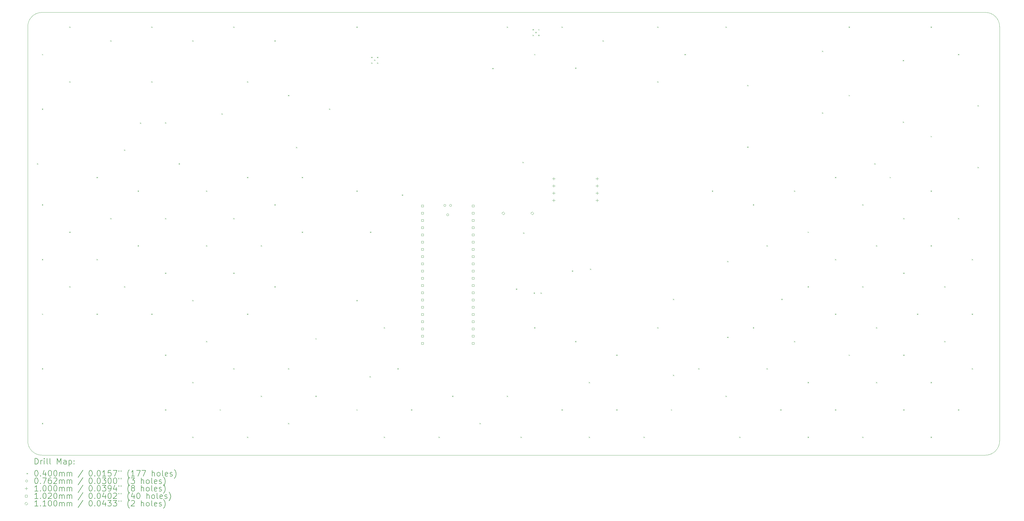
<source format=gbr>
%FSLAX45Y45*%
G04 Gerber Fmt 4.5, Leading zero omitted, Abs format (unit mm)*
G04 Created by KiCad (PCBNEW (6.0.4)) date 2022-05-10 23:14:34*
%MOMM*%
%LPD*%
G01*
G04 APERTURE LIST*
%TA.AperFunction,Profile*%
%ADD10C,0.050000*%
%TD*%
%ADD11C,0.200000*%
%ADD12C,0.040000*%
%ADD13C,0.076200*%
%ADD14C,0.100000*%
%ADD15C,0.102000*%
%ADD16C,0.110000*%
G04 APERTURE END LIST*
D10*
X39420000Y-23170000D02*
G75*
G03*
X39920000Y-22670000I0J500000D01*
G01*
X39920000Y-8120000D02*
G75*
G03*
X39420000Y-7620000I-500000J0D01*
G01*
X39420000Y-23170000D02*
X6300000Y-23170000D01*
X39420000Y-7620000D02*
X6300000Y-7620000D01*
X5800000Y-22670000D02*
G75*
G03*
X6300000Y-23170000I500000J0D01*
G01*
X6300000Y-7620000D02*
G75*
G03*
X5800000Y-8120000I0J-500000D01*
G01*
X39920000Y-8120000D02*
X39920000Y-22670000D01*
X5800000Y-8120000D02*
X5800000Y-22670000D01*
D11*
D12*
X6120000Y-12920000D02*
X6160000Y-12960000D01*
X6160000Y-12920000D02*
X6120000Y-12960000D01*
X6296786Y-9076786D02*
X6336786Y-9116786D01*
X6336786Y-9076786D02*
X6296786Y-9116786D01*
X6296786Y-10996786D02*
X6336786Y-11036786D01*
X6336786Y-10996786D02*
X6296786Y-11036786D01*
X6296786Y-14356786D02*
X6336786Y-14396786D01*
X6336786Y-14356786D02*
X6296786Y-14396786D01*
X6296786Y-16276786D02*
X6336786Y-16316786D01*
X6336786Y-16276786D02*
X6296786Y-16316786D01*
X6296786Y-18196786D02*
X6336786Y-18236786D01*
X6336786Y-18196786D02*
X6296786Y-18236786D01*
X6296786Y-20116786D02*
X6336786Y-20156786D01*
X6336786Y-20116786D02*
X6296786Y-20156786D01*
X6296786Y-22036786D02*
X6336786Y-22076786D01*
X6336786Y-22036786D02*
X6296786Y-22076786D01*
X7256786Y-8116786D02*
X7296786Y-8156786D01*
X7296786Y-8116786D02*
X7256786Y-8156786D01*
X7256786Y-10036786D02*
X7296786Y-10076786D01*
X7296786Y-10036786D02*
X7256786Y-10076786D01*
X7256786Y-15316786D02*
X7296786Y-15356786D01*
X7296786Y-15316786D02*
X7256786Y-15356786D01*
X7256786Y-17236786D02*
X7296786Y-17276786D01*
X7296786Y-17236786D02*
X7256786Y-17276786D01*
X8216786Y-13396786D02*
X8256786Y-13436786D01*
X8256786Y-13396786D02*
X8216786Y-13436786D01*
X8216786Y-16276786D02*
X8256786Y-16316786D01*
X8256786Y-16276786D02*
X8216786Y-16316786D01*
X8216786Y-18196786D02*
X8256786Y-18236786D01*
X8256786Y-18196786D02*
X8216786Y-18236786D01*
X8696786Y-8596786D02*
X8736786Y-8636786D01*
X8736786Y-8596786D02*
X8696786Y-8636786D01*
X8696786Y-14836786D02*
X8736786Y-14876786D01*
X8736786Y-14836786D02*
X8696786Y-14876786D01*
X9176786Y-12436786D02*
X9216786Y-12476786D01*
X9216786Y-12436786D02*
X9176786Y-12476786D01*
X9176786Y-17236786D02*
X9216786Y-17276786D01*
X9216786Y-17236786D02*
X9176786Y-17276786D01*
X9656786Y-13876786D02*
X9696786Y-13916786D01*
X9696786Y-13876786D02*
X9656786Y-13916786D01*
X9656786Y-15796786D02*
X9696786Y-15836786D01*
X9696786Y-15796786D02*
X9656786Y-15836786D01*
X9736995Y-11486387D02*
X9776995Y-11526387D01*
X9776995Y-11486387D02*
X9736995Y-11526387D01*
X10136786Y-8116786D02*
X10176786Y-8156786D01*
X10176786Y-8116786D02*
X10136786Y-8156786D01*
X10136786Y-10036786D02*
X10176786Y-10076786D01*
X10176786Y-10036786D02*
X10136786Y-10076786D01*
X10136786Y-18196786D02*
X10176786Y-18236786D01*
X10176786Y-18196786D02*
X10136786Y-18236786D01*
X10616786Y-11476786D02*
X10656786Y-11516786D01*
X10656786Y-11476786D02*
X10616786Y-11516786D01*
X10616786Y-14836786D02*
X10656786Y-14876786D01*
X10656786Y-14836786D02*
X10616786Y-14876786D01*
X10616786Y-16756786D02*
X10656786Y-16796786D01*
X10656786Y-16756786D02*
X10616786Y-16796786D01*
X10616786Y-19636786D02*
X10656786Y-19676786D01*
X10656786Y-19636786D02*
X10616786Y-19676786D01*
X10616786Y-21556786D02*
X10656786Y-21596786D01*
X10656786Y-21556786D02*
X10616786Y-21596786D01*
X11096786Y-12916786D02*
X11136786Y-12956786D01*
X11136786Y-12916786D02*
X11096786Y-12956786D01*
X11576786Y-8596786D02*
X11616786Y-8636786D01*
X11616786Y-8596786D02*
X11576786Y-8636786D01*
X11576786Y-17716786D02*
X11616786Y-17756786D01*
X11616786Y-17716786D02*
X11576786Y-17756786D01*
X11576786Y-20596786D02*
X11616786Y-20636786D01*
X11616786Y-20596786D02*
X11576786Y-20636786D01*
X11576786Y-22516786D02*
X11616786Y-22556786D01*
X11616786Y-22516786D02*
X11576786Y-22556786D01*
X12056786Y-13876786D02*
X12096786Y-13916786D01*
X12096786Y-13876786D02*
X12056786Y-13916786D01*
X12056786Y-15796786D02*
X12096786Y-15836786D01*
X12096786Y-15796786D02*
X12056786Y-15836786D01*
X12056786Y-19156786D02*
X12096786Y-19196786D01*
X12096786Y-19156786D02*
X12056786Y-19196786D01*
X12536786Y-21556786D02*
X12576786Y-21596786D01*
X12576786Y-21556786D02*
X12536786Y-21596786D01*
X12599321Y-11167303D02*
X12639321Y-11207303D01*
X12639321Y-11167303D02*
X12599321Y-11207303D01*
X13016786Y-8116786D02*
X13056786Y-8156786D01*
X13056786Y-8116786D02*
X13016786Y-8156786D01*
X13016786Y-14836786D02*
X13056786Y-14876786D01*
X13056786Y-14836786D02*
X13016786Y-14876786D01*
X13016786Y-16756786D02*
X13056786Y-16796786D01*
X13056786Y-16756786D02*
X13016786Y-16796786D01*
X13016786Y-20116786D02*
X13056786Y-20156786D01*
X13056786Y-20116786D02*
X13016786Y-20156786D01*
X13496786Y-10036786D02*
X13536786Y-10076786D01*
X13536786Y-10036786D02*
X13496786Y-10076786D01*
X13496786Y-13396786D02*
X13536786Y-13436786D01*
X13536786Y-13396786D02*
X13496786Y-13436786D01*
X13496786Y-18196786D02*
X13536786Y-18236786D01*
X13536786Y-18196786D02*
X13496786Y-18236786D01*
X13496786Y-22516786D02*
X13536786Y-22556786D01*
X13536786Y-22516786D02*
X13496786Y-22556786D01*
X13976786Y-15796786D02*
X14016786Y-15836786D01*
X14016786Y-15796786D02*
X13976786Y-15836786D01*
X13976786Y-21076786D02*
X14016786Y-21116786D01*
X14016786Y-21076786D02*
X13976786Y-21116786D01*
X14456786Y-8596786D02*
X14496786Y-8636786D01*
X14496786Y-8596786D02*
X14456786Y-8636786D01*
X14456786Y-14356786D02*
X14496786Y-14396786D01*
X14496786Y-14356786D02*
X14456786Y-14396786D01*
X14456786Y-17236786D02*
X14496786Y-17276786D01*
X14496786Y-17236786D02*
X14456786Y-17276786D01*
X14936786Y-10516786D02*
X14976786Y-10556786D01*
X14976786Y-10516786D02*
X14936786Y-10556786D01*
X14936786Y-20116786D02*
X14976786Y-20156786D01*
X14976786Y-20116786D02*
X14936786Y-20156786D01*
X14936786Y-22036786D02*
X14976786Y-22076786D01*
X14976786Y-22036786D02*
X14936786Y-22076786D01*
X15217500Y-12344250D02*
X15257500Y-12384250D01*
X15257500Y-12344250D02*
X15217500Y-12384250D01*
X15416786Y-13396786D02*
X15456786Y-13436786D01*
X15456786Y-13396786D02*
X15416786Y-13436786D01*
X15416786Y-15316786D02*
X15456786Y-15356786D01*
X15456786Y-15316786D02*
X15416786Y-15356786D01*
X15896786Y-21076786D02*
X15936786Y-21116786D01*
X15936786Y-21076786D02*
X15896786Y-21116786D01*
X15896960Y-19059626D02*
X15936960Y-19099626D01*
X15936960Y-19059626D02*
X15896960Y-19099626D01*
X16376786Y-10996786D02*
X16416786Y-11036786D01*
X16416786Y-10996786D02*
X16376786Y-11036786D01*
X17336786Y-8116786D02*
X17376786Y-8156786D01*
X17376786Y-8116786D02*
X17336786Y-8156786D01*
X17336786Y-13876786D02*
X17376786Y-13916786D01*
X17376786Y-13876786D02*
X17336786Y-13916786D01*
X17336786Y-17716786D02*
X17376786Y-17756786D01*
X17376786Y-17716786D02*
X17336786Y-17756786D01*
X17336786Y-21556786D02*
X17376786Y-21596786D01*
X17376786Y-21556786D02*
X17336786Y-21596786D01*
X17799460Y-20391726D02*
X17839460Y-20431726D01*
X17839460Y-20391726D02*
X17799460Y-20431726D01*
X17816786Y-15316786D02*
X17856786Y-15356786D01*
X17856786Y-15316786D02*
X17816786Y-15356786D01*
X17857475Y-9179250D02*
X17897475Y-9219250D01*
X17897475Y-9179250D02*
X17857475Y-9219250D01*
X17857475Y-9379250D02*
X17897475Y-9419250D01*
X17897475Y-9379250D02*
X17857475Y-9419250D01*
X17957475Y-9279250D02*
X17997475Y-9319250D01*
X17997475Y-9279250D02*
X17957475Y-9319250D01*
X18057475Y-9179250D02*
X18097475Y-9219250D01*
X18097475Y-9179250D02*
X18057475Y-9219250D01*
X18057475Y-9379250D02*
X18097475Y-9419250D01*
X18097475Y-9379250D02*
X18057475Y-9419250D01*
X18296786Y-18676786D02*
X18336786Y-18716786D01*
X18336786Y-18676786D02*
X18296786Y-18716786D01*
X18296786Y-22516786D02*
X18336786Y-22556786D01*
X18336786Y-22516786D02*
X18296786Y-22556786D01*
X18776786Y-20116786D02*
X18816786Y-20156786D01*
X18816786Y-20116786D02*
X18776786Y-20156786D01*
X18934495Y-14012887D02*
X18974495Y-14052887D01*
X18974495Y-14012887D02*
X18934495Y-14052887D01*
X19256786Y-21556786D02*
X19296786Y-21596786D01*
X19296786Y-21556786D02*
X19256786Y-21596786D01*
X20216786Y-22516786D02*
X20256786Y-22556786D01*
X20256786Y-22516786D02*
X20216786Y-22556786D01*
X20696786Y-21076786D02*
X20736786Y-21116786D01*
X20736786Y-21076786D02*
X20696786Y-21116786D01*
X21656786Y-22036786D02*
X21696786Y-22076786D01*
X21696786Y-22036786D02*
X21656786Y-22076786D01*
X22109495Y-9567887D02*
X22149495Y-9607887D01*
X22149495Y-9567887D02*
X22109495Y-9607887D01*
X22616786Y-8116786D02*
X22656786Y-8156786D01*
X22656786Y-8116786D02*
X22616786Y-8156786D01*
X22616786Y-21076786D02*
X22656786Y-21116786D01*
X22656786Y-21076786D02*
X22616786Y-21116786D01*
X22934994Y-17314887D02*
X22974994Y-17354887D01*
X22974994Y-17314887D02*
X22934994Y-17354887D01*
X23096786Y-22516786D02*
X23136786Y-22556786D01*
X23136786Y-22516786D02*
X23096786Y-22556786D01*
X23167500Y-12868125D02*
X23207500Y-12908125D01*
X23207500Y-12868125D02*
X23167500Y-12908125D01*
X23188994Y-15346387D02*
X23228994Y-15386387D01*
X23228994Y-15346387D02*
X23188994Y-15386387D01*
X23519375Y-8206250D02*
X23559375Y-8246250D01*
X23559375Y-8206250D02*
X23519375Y-8246250D01*
X23519375Y-8406250D02*
X23559375Y-8446250D01*
X23559375Y-8406250D02*
X23519375Y-8446250D01*
X23560494Y-17452887D02*
X23600494Y-17492887D01*
X23600494Y-17452887D02*
X23560494Y-17492887D01*
X23576786Y-9076786D02*
X23616786Y-9116786D01*
X23616786Y-9076786D02*
X23576786Y-9116786D01*
X23576786Y-18676786D02*
X23616786Y-18716786D01*
X23616786Y-18676786D02*
X23576786Y-18716786D01*
X23619375Y-8306250D02*
X23659375Y-8346250D01*
X23659375Y-8306250D02*
X23619375Y-8346250D01*
X23719375Y-8206250D02*
X23759375Y-8246250D01*
X23759375Y-8206250D02*
X23719375Y-8246250D01*
X23719375Y-8406250D02*
X23759375Y-8446250D01*
X23759375Y-8406250D02*
X23719375Y-8446250D01*
X23802494Y-17456887D02*
X23842494Y-17496887D01*
X23842494Y-17456887D02*
X23802494Y-17496887D01*
X24536786Y-8116786D02*
X24576786Y-8156786D01*
X24576786Y-8116786D02*
X24536786Y-8156786D01*
X24536786Y-21556786D02*
X24576786Y-21596786D01*
X24576786Y-21556786D02*
X24536786Y-21596786D01*
X24903494Y-16679887D02*
X24943494Y-16719887D01*
X24943494Y-16679887D02*
X24903494Y-16719887D01*
X25016786Y-9556786D02*
X25056786Y-9596786D01*
X25056786Y-9556786D02*
X25016786Y-9596786D01*
X25016786Y-19156786D02*
X25056786Y-19196786D01*
X25056786Y-19156786D02*
X25016786Y-19196786D01*
X25496786Y-20596786D02*
X25536786Y-20636786D01*
X25536786Y-20596786D02*
X25496786Y-20636786D01*
X25496786Y-22516786D02*
X25536786Y-22556786D01*
X25536786Y-22516786D02*
X25496786Y-22556786D01*
X25538494Y-16616387D02*
X25578494Y-16656387D01*
X25578494Y-16616387D02*
X25538494Y-16656387D01*
X25976786Y-8596786D02*
X26016786Y-8636786D01*
X26016786Y-8596786D02*
X25976786Y-8636786D01*
X26456786Y-19636786D02*
X26496786Y-19676786D01*
X26496786Y-19636786D02*
X26456786Y-19676786D01*
X26456786Y-21556786D02*
X26496786Y-21596786D01*
X26496786Y-21556786D02*
X26456786Y-21596786D01*
X27416786Y-22516786D02*
X27456786Y-22556786D01*
X27456786Y-22516786D02*
X27416786Y-22556786D01*
X27896786Y-8116786D02*
X27936786Y-8156786D01*
X27936786Y-8116786D02*
X27896786Y-8156786D01*
X27896786Y-10036786D02*
X27936786Y-10076786D01*
X27936786Y-10036786D02*
X27896786Y-10076786D01*
X27896786Y-18676786D02*
X27936786Y-18716786D01*
X27936786Y-18676786D02*
X27896786Y-18716786D01*
X28376786Y-21556786D02*
X28416786Y-21596786D01*
X28416786Y-21556786D02*
X28376786Y-21596786D01*
X28450245Y-17676758D02*
X28490245Y-17716758D01*
X28490245Y-17676758D02*
X28450245Y-17716758D01*
X28450245Y-20340958D02*
X28490245Y-20380958D01*
X28490245Y-20340958D02*
X28450245Y-20380958D01*
X28856786Y-9076786D02*
X28896786Y-9116786D01*
X28896786Y-9076786D02*
X28856786Y-9116786D01*
X29336786Y-20116786D02*
X29376786Y-20156786D01*
X29376786Y-20116786D02*
X29336786Y-20156786D01*
X29816786Y-13876786D02*
X29856786Y-13916786D01*
X29856786Y-13876786D02*
X29816786Y-13916786D01*
X30296786Y-8116786D02*
X30336786Y-8156786D01*
X30336786Y-8116786D02*
X30296786Y-8156786D01*
X30296786Y-21076786D02*
X30336786Y-21116786D01*
X30336786Y-21076786D02*
X30296786Y-21116786D01*
X30352745Y-16344658D02*
X30392745Y-16384658D01*
X30392745Y-16344658D02*
X30352745Y-16384658D01*
X30352745Y-19008858D02*
X30392745Y-19048858D01*
X30392745Y-19008858D02*
X30352745Y-19048858D01*
X30776786Y-22516786D02*
X30816786Y-22556786D01*
X30816786Y-22516786D02*
X30776786Y-22556786D01*
X31056325Y-10165005D02*
X31096325Y-10205005D01*
X31096325Y-10165005D02*
X31056325Y-10205005D01*
X31056325Y-12329005D02*
X31096325Y-12369005D01*
X31096325Y-12329005D02*
X31056325Y-12369005D01*
X31256786Y-14356786D02*
X31296786Y-14396786D01*
X31296786Y-14356786D02*
X31256786Y-14396786D01*
X31256786Y-18676786D02*
X31296786Y-18716786D01*
X31296786Y-18676786D02*
X31256786Y-18716786D01*
X31736786Y-15796786D02*
X31776786Y-15836786D01*
X31776786Y-15796786D02*
X31736786Y-15836786D01*
X31736786Y-20116786D02*
X31776786Y-20156786D01*
X31776786Y-20116786D02*
X31736786Y-20156786D01*
X32216786Y-21556786D02*
X32256786Y-21596786D01*
X32256786Y-21556786D02*
X32216786Y-21596786D01*
X32255245Y-17676758D02*
X32295245Y-17716758D01*
X32295245Y-17676758D02*
X32255245Y-17716758D01*
X32696786Y-13876786D02*
X32736786Y-13916786D01*
X32736786Y-13876786D02*
X32696786Y-13916786D01*
X32696786Y-19156786D02*
X32736786Y-19196786D01*
X32736786Y-19156786D02*
X32696786Y-19196786D01*
X33176786Y-15316786D02*
X33216786Y-15356786D01*
X33216786Y-15316786D02*
X33176786Y-15356786D01*
X33176786Y-17236786D02*
X33216786Y-17276786D01*
X33216786Y-17236786D02*
X33176786Y-17276786D01*
X33176786Y-20596786D02*
X33216786Y-20636786D01*
X33216786Y-20596786D02*
X33176786Y-20636786D01*
X33176786Y-22516786D02*
X33216786Y-22556786D01*
X33216786Y-22516786D02*
X33176786Y-22556786D01*
X33684345Y-8966260D02*
X33724345Y-9006260D01*
X33724345Y-8966260D02*
X33684345Y-9006260D01*
X33684345Y-11130260D02*
X33724345Y-11170260D01*
X33724345Y-11130260D02*
X33684345Y-11170260D01*
X34136786Y-13396786D02*
X34176786Y-13436786D01*
X34176786Y-13396786D02*
X34136786Y-13436786D01*
X34136786Y-16276786D02*
X34176786Y-16316786D01*
X34176786Y-16276786D02*
X34136786Y-16316786D01*
X34136786Y-18196786D02*
X34176786Y-18236786D01*
X34176786Y-18196786D02*
X34136786Y-18236786D01*
X34136786Y-21556786D02*
X34176786Y-21596786D01*
X34176786Y-21556786D02*
X34136786Y-21596786D01*
X34616786Y-8116786D02*
X34656786Y-8156786D01*
X34656786Y-8116786D02*
X34616786Y-8156786D01*
X34616786Y-10516786D02*
X34656786Y-10556786D01*
X34656786Y-10516786D02*
X34616786Y-10556786D01*
X34616786Y-19636786D02*
X34656786Y-19676786D01*
X34656786Y-19636786D02*
X34616786Y-19676786D01*
X35096786Y-14356786D02*
X35136786Y-14396786D01*
X35136786Y-14356786D02*
X35096786Y-14396786D01*
X35096786Y-17236786D02*
X35136786Y-17276786D01*
X35136786Y-17236786D02*
X35096786Y-17276786D01*
X35096786Y-22516786D02*
X35136786Y-22556786D01*
X35136786Y-22516786D02*
X35096786Y-22556786D01*
X35517411Y-12916786D02*
X35557411Y-12956786D01*
X35557411Y-12916786D02*
X35517411Y-12956786D01*
X35576786Y-15796786D02*
X35616786Y-15836786D01*
X35616786Y-15796786D02*
X35576786Y-15836786D01*
X35576786Y-18676786D02*
X35616786Y-18716786D01*
X35616786Y-18676786D02*
X35576786Y-18716786D01*
X35576786Y-20596786D02*
X35616786Y-20636786D01*
X35616786Y-20596786D02*
X35576786Y-20636786D01*
X36056786Y-13396786D02*
X36096786Y-13436786D01*
X36096786Y-13396786D02*
X36056786Y-13436786D01*
X36519217Y-9288999D02*
X36559217Y-9328999D01*
X36559217Y-9288999D02*
X36519217Y-9328999D01*
X36519217Y-11452999D02*
X36559217Y-11492999D01*
X36559217Y-11452999D02*
X36519217Y-11492999D01*
X36536786Y-14836786D02*
X36576786Y-14876786D01*
X36576786Y-14836786D02*
X36536786Y-14876786D01*
X36536786Y-16756786D02*
X36576786Y-16796786D01*
X36576786Y-16756786D02*
X36536786Y-16796786D01*
X36536786Y-19636786D02*
X36576786Y-19676786D01*
X36576786Y-19636786D02*
X36536786Y-19676786D01*
X36536786Y-21556786D02*
X36576786Y-21596786D01*
X36576786Y-21556786D02*
X36536786Y-21596786D01*
X37016786Y-18196786D02*
X37056786Y-18236786D01*
X37056786Y-18196786D02*
X37016786Y-18236786D01*
X37496786Y-8116786D02*
X37536786Y-8156786D01*
X37536786Y-8116786D02*
X37496786Y-8156786D01*
X37496786Y-11956786D02*
X37536786Y-11996786D01*
X37536786Y-11956786D02*
X37496786Y-11996786D01*
X37496786Y-13876786D02*
X37536786Y-13916786D01*
X37536786Y-13876786D02*
X37496786Y-13916786D01*
X37496786Y-15796786D02*
X37536786Y-15836786D01*
X37536786Y-15796786D02*
X37496786Y-15836786D01*
X37496786Y-20596786D02*
X37536786Y-20636786D01*
X37536786Y-20596786D02*
X37496786Y-20636786D01*
X37496786Y-22516786D02*
X37536786Y-22556786D01*
X37536786Y-22516786D02*
X37496786Y-22556786D01*
X37976786Y-17236786D02*
X38016786Y-17276786D01*
X38016786Y-17236786D02*
X37976786Y-17276786D01*
X37976786Y-19156786D02*
X38016786Y-19196786D01*
X38016786Y-19156786D02*
X37976786Y-19196786D01*
X38456786Y-9076786D02*
X38496786Y-9116786D01*
X38496786Y-9076786D02*
X38456786Y-9116786D01*
X38456786Y-14836786D02*
X38496786Y-14876786D01*
X38496786Y-14836786D02*
X38456786Y-14876786D01*
X38456786Y-21556786D02*
X38496786Y-21596786D01*
X38496786Y-21556786D02*
X38456786Y-21596786D01*
X38936786Y-16276786D02*
X38976786Y-16316786D01*
X38976786Y-16276786D02*
X38936786Y-16316786D01*
X38936786Y-18196786D02*
X38976786Y-18236786D01*
X38976786Y-18196786D02*
X38936786Y-18236786D01*
X38936786Y-20116786D02*
X38976786Y-20156786D01*
X38976786Y-20116786D02*
X38936786Y-20156786D01*
X39141628Y-10879642D02*
X39181628Y-10919642D01*
X39181628Y-10879642D02*
X39141628Y-10919642D01*
X39141628Y-13043642D02*
X39181628Y-13083642D01*
X39181628Y-13043642D02*
X39141628Y-13083642D01*
D13*
X20481075Y-14397047D02*
G75*
G03*
X20481075Y-14397047I-38100J0D01*
G01*
X20581075Y-14727047D02*
G75*
G03*
X20581075Y-14727047I-38100J0D01*
G01*
X20681075Y-14397047D02*
G75*
G03*
X20681075Y-14397047I-38100J0D01*
G01*
D14*
X24263094Y-13411387D02*
X24263094Y-13511387D01*
X24213094Y-13461387D02*
X24313094Y-13461387D01*
X24263094Y-13665387D02*
X24263094Y-13765387D01*
X24213094Y-13715387D02*
X24313094Y-13715387D01*
X24263094Y-13919387D02*
X24263094Y-14019387D01*
X24213094Y-13969387D02*
X24313094Y-13969387D01*
X24263094Y-14173387D02*
X24263094Y-14273387D01*
X24213094Y-14223387D02*
X24313094Y-14223387D01*
X25787094Y-13411387D02*
X25787094Y-13511387D01*
X25737094Y-13461387D02*
X25837094Y-13461387D01*
X25787094Y-13665387D02*
X25787094Y-13765387D01*
X25737094Y-13715387D02*
X25837094Y-13715387D01*
X25787094Y-13919387D02*
X25787094Y-14019387D01*
X25737094Y-13969387D02*
X25837094Y-13969387D01*
X25787094Y-14173387D02*
X25787094Y-14273387D01*
X25737094Y-14223387D02*
X25837094Y-14223387D01*
D15*
X19690037Y-14450110D02*
X19690037Y-14377984D01*
X19617912Y-14377984D01*
X19617912Y-14450110D01*
X19690037Y-14450110D01*
X19690037Y-14704110D02*
X19690037Y-14631984D01*
X19617912Y-14631984D01*
X19617912Y-14704110D01*
X19690037Y-14704110D01*
X19690037Y-14958110D02*
X19690037Y-14885984D01*
X19617912Y-14885984D01*
X19617912Y-14958110D01*
X19690037Y-14958110D01*
X19690037Y-15212110D02*
X19690037Y-15139984D01*
X19617912Y-15139984D01*
X19617912Y-15212110D01*
X19690037Y-15212110D01*
X19690037Y-15466110D02*
X19690037Y-15393984D01*
X19617912Y-15393984D01*
X19617912Y-15466110D01*
X19690037Y-15466110D01*
X19690037Y-15720110D02*
X19690037Y-15647984D01*
X19617912Y-15647984D01*
X19617912Y-15720110D01*
X19690037Y-15720110D01*
X19690037Y-15974110D02*
X19690037Y-15901984D01*
X19617912Y-15901984D01*
X19617912Y-15974110D01*
X19690037Y-15974110D01*
X19690037Y-16228110D02*
X19690037Y-16155984D01*
X19617912Y-16155984D01*
X19617912Y-16228110D01*
X19690037Y-16228110D01*
X19690037Y-16482110D02*
X19690037Y-16409984D01*
X19617912Y-16409984D01*
X19617912Y-16482110D01*
X19690037Y-16482110D01*
X19690037Y-16736110D02*
X19690037Y-16663984D01*
X19617912Y-16663984D01*
X19617912Y-16736110D01*
X19690037Y-16736110D01*
X19690037Y-16990110D02*
X19690037Y-16917984D01*
X19617912Y-16917984D01*
X19617912Y-16990110D01*
X19690037Y-16990110D01*
X19690037Y-17244110D02*
X19690037Y-17171984D01*
X19617912Y-17171984D01*
X19617912Y-17244110D01*
X19690037Y-17244110D01*
X19690037Y-17498110D02*
X19690037Y-17425984D01*
X19617912Y-17425984D01*
X19617912Y-17498110D01*
X19690037Y-17498110D01*
X19690037Y-17752110D02*
X19690037Y-17679984D01*
X19617912Y-17679984D01*
X19617912Y-17752110D01*
X19690037Y-17752110D01*
X19690037Y-18006110D02*
X19690037Y-17933984D01*
X19617912Y-17933984D01*
X19617912Y-18006110D01*
X19690037Y-18006110D01*
X19690037Y-18260110D02*
X19690037Y-18187984D01*
X19617912Y-18187984D01*
X19617912Y-18260110D01*
X19690037Y-18260110D01*
X19690037Y-18514110D02*
X19690037Y-18441984D01*
X19617912Y-18441984D01*
X19617912Y-18514110D01*
X19690037Y-18514110D01*
X19690037Y-18768110D02*
X19690037Y-18695984D01*
X19617912Y-18695984D01*
X19617912Y-18768110D01*
X19690037Y-18768110D01*
X19690037Y-19022110D02*
X19690037Y-18949984D01*
X19617912Y-18949984D01*
X19617912Y-19022110D01*
X19690037Y-19022110D01*
X19690037Y-19276110D02*
X19690037Y-19203984D01*
X19617912Y-19203984D01*
X19617912Y-19276110D01*
X19690037Y-19276110D01*
X21468037Y-14450110D02*
X21468037Y-14377984D01*
X21395912Y-14377984D01*
X21395912Y-14450110D01*
X21468037Y-14450110D01*
X21468037Y-14704110D02*
X21468037Y-14631984D01*
X21395912Y-14631984D01*
X21395912Y-14704110D01*
X21468037Y-14704110D01*
X21468037Y-14958110D02*
X21468037Y-14885984D01*
X21395912Y-14885984D01*
X21395912Y-14958110D01*
X21468037Y-14958110D01*
X21468037Y-15212110D02*
X21468037Y-15139984D01*
X21395912Y-15139984D01*
X21395912Y-15212110D01*
X21468037Y-15212110D01*
X21468037Y-15466110D02*
X21468037Y-15393984D01*
X21395912Y-15393984D01*
X21395912Y-15466110D01*
X21468037Y-15466110D01*
X21468037Y-15720110D02*
X21468037Y-15647984D01*
X21395912Y-15647984D01*
X21395912Y-15720110D01*
X21468037Y-15720110D01*
X21468037Y-15974110D02*
X21468037Y-15901984D01*
X21395912Y-15901984D01*
X21395912Y-15974110D01*
X21468037Y-15974110D01*
X21468037Y-16228110D02*
X21468037Y-16155984D01*
X21395912Y-16155984D01*
X21395912Y-16228110D01*
X21468037Y-16228110D01*
X21468037Y-16482110D02*
X21468037Y-16409984D01*
X21395912Y-16409984D01*
X21395912Y-16482110D01*
X21468037Y-16482110D01*
X21468037Y-16736110D02*
X21468037Y-16663984D01*
X21395912Y-16663984D01*
X21395912Y-16736110D01*
X21468037Y-16736110D01*
X21468037Y-16990110D02*
X21468037Y-16917984D01*
X21395912Y-16917984D01*
X21395912Y-16990110D01*
X21468037Y-16990110D01*
X21468037Y-17244110D02*
X21468037Y-17171984D01*
X21395912Y-17171984D01*
X21395912Y-17244110D01*
X21468037Y-17244110D01*
X21468037Y-17498110D02*
X21468037Y-17425984D01*
X21395912Y-17425984D01*
X21395912Y-17498110D01*
X21468037Y-17498110D01*
X21468037Y-17752110D02*
X21468037Y-17679984D01*
X21395912Y-17679984D01*
X21395912Y-17752110D01*
X21468037Y-17752110D01*
X21468037Y-18006110D02*
X21468037Y-17933984D01*
X21395912Y-17933984D01*
X21395912Y-18006110D01*
X21468037Y-18006110D01*
X21468037Y-18260110D02*
X21468037Y-18187984D01*
X21395912Y-18187984D01*
X21395912Y-18260110D01*
X21468037Y-18260110D01*
X21468037Y-18514110D02*
X21468037Y-18441984D01*
X21395912Y-18441984D01*
X21395912Y-18514110D01*
X21468037Y-18514110D01*
X21468037Y-18768110D02*
X21468037Y-18695984D01*
X21395912Y-18695984D01*
X21395912Y-18768110D01*
X21468037Y-18768110D01*
X21468037Y-19022110D02*
X21468037Y-18949984D01*
X21395912Y-18949984D01*
X21395912Y-19022110D01*
X21468037Y-19022110D01*
X21468037Y-19276110D02*
X21468037Y-19203984D01*
X21395912Y-19203984D01*
X21395912Y-19276110D01*
X21468037Y-19276110D01*
D16*
X22491700Y-14727967D02*
X22546700Y-14672967D01*
X22491700Y-14617967D01*
X22436700Y-14672967D01*
X22491700Y-14727967D01*
X23507700Y-14727967D02*
X23562700Y-14672967D01*
X23507700Y-14617967D01*
X23452700Y-14672967D01*
X23507700Y-14727967D01*
D11*
X6055119Y-23482976D02*
X6055119Y-23282976D01*
X6102738Y-23282976D01*
X6131309Y-23292500D01*
X6150357Y-23311548D01*
X6159881Y-23330595D01*
X6169405Y-23368690D01*
X6169405Y-23397262D01*
X6159881Y-23435357D01*
X6150357Y-23454405D01*
X6131309Y-23473452D01*
X6102738Y-23482976D01*
X6055119Y-23482976D01*
X6255119Y-23482976D02*
X6255119Y-23349643D01*
X6255119Y-23387738D02*
X6264643Y-23368690D01*
X6274167Y-23359167D01*
X6293214Y-23349643D01*
X6312262Y-23349643D01*
X6378928Y-23482976D02*
X6378928Y-23349643D01*
X6378928Y-23282976D02*
X6369405Y-23292500D01*
X6378928Y-23302024D01*
X6388452Y-23292500D01*
X6378928Y-23282976D01*
X6378928Y-23302024D01*
X6502738Y-23482976D02*
X6483690Y-23473452D01*
X6474167Y-23454405D01*
X6474167Y-23282976D01*
X6607500Y-23482976D02*
X6588452Y-23473452D01*
X6578928Y-23454405D01*
X6578928Y-23282976D01*
X6836071Y-23482976D02*
X6836071Y-23282976D01*
X6902738Y-23425833D01*
X6969405Y-23282976D01*
X6969405Y-23482976D01*
X7150357Y-23482976D02*
X7150357Y-23378214D01*
X7140833Y-23359167D01*
X7121786Y-23349643D01*
X7083690Y-23349643D01*
X7064643Y-23359167D01*
X7150357Y-23473452D02*
X7131309Y-23482976D01*
X7083690Y-23482976D01*
X7064643Y-23473452D01*
X7055119Y-23454405D01*
X7055119Y-23435357D01*
X7064643Y-23416309D01*
X7083690Y-23406786D01*
X7131309Y-23406786D01*
X7150357Y-23397262D01*
X7245595Y-23349643D02*
X7245595Y-23549643D01*
X7245595Y-23359167D02*
X7264643Y-23349643D01*
X7302738Y-23349643D01*
X7321786Y-23359167D01*
X7331309Y-23368690D01*
X7340833Y-23387738D01*
X7340833Y-23444881D01*
X7331309Y-23463928D01*
X7321786Y-23473452D01*
X7302738Y-23482976D01*
X7264643Y-23482976D01*
X7245595Y-23473452D01*
X7426548Y-23463928D02*
X7436071Y-23473452D01*
X7426548Y-23482976D01*
X7417024Y-23473452D01*
X7426548Y-23463928D01*
X7426548Y-23482976D01*
X7426548Y-23359167D02*
X7436071Y-23368690D01*
X7426548Y-23378214D01*
X7417024Y-23368690D01*
X7426548Y-23359167D01*
X7426548Y-23378214D01*
D12*
X5757500Y-23792500D02*
X5797500Y-23832500D01*
X5797500Y-23792500D02*
X5757500Y-23832500D01*
D11*
X6093214Y-23702976D02*
X6112262Y-23702976D01*
X6131309Y-23712500D01*
X6140833Y-23722024D01*
X6150357Y-23741071D01*
X6159881Y-23779167D01*
X6159881Y-23826786D01*
X6150357Y-23864881D01*
X6140833Y-23883928D01*
X6131309Y-23893452D01*
X6112262Y-23902976D01*
X6093214Y-23902976D01*
X6074167Y-23893452D01*
X6064643Y-23883928D01*
X6055119Y-23864881D01*
X6045595Y-23826786D01*
X6045595Y-23779167D01*
X6055119Y-23741071D01*
X6064643Y-23722024D01*
X6074167Y-23712500D01*
X6093214Y-23702976D01*
X6245595Y-23883928D02*
X6255119Y-23893452D01*
X6245595Y-23902976D01*
X6236071Y-23893452D01*
X6245595Y-23883928D01*
X6245595Y-23902976D01*
X6426548Y-23769643D02*
X6426548Y-23902976D01*
X6378928Y-23693452D02*
X6331309Y-23836309D01*
X6455119Y-23836309D01*
X6569405Y-23702976D02*
X6588452Y-23702976D01*
X6607500Y-23712500D01*
X6617024Y-23722024D01*
X6626548Y-23741071D01*
X6636071Y-23779167D01*
X6636071Y-23826786D01*
X6626548Y-23864881D01*
X6617024Y-23883928D01*
X6607500Y-23893452D01*
X6588452Y-23902976D01*
X6569405Y-23902976D01*
X6550357Y-23893452D01*
X6540833Y-23883928D01*
X6531309Y-23864881D01*
X6521786Y-23826786D01*
X6521786Y-23779167D01*
X6531309Y-23741071D01*
X6540833Y-23722024D01*
X6550357Y-23712500D01*
X6569405Y-23702976D01*
X6759881Y-23702976D02*
X6778928Y-23702976D01*
X6797976Y-23712500D01*
X6807500Y-23722024D01*
X6817024Y-23741071D01*
X6826548Y-23779167D01*
X6826548Y-23826786D01*
X6817024Y-23864881D01*
X6807500Y-23883928D01*
X6797976Y-23893452D01*
X6778928Y-23902976D01*
X6759881Y-23902976D01*
X6740833Y-23893452D01*
X6731309Y-23883928D01*
X6721786Y-23864881D01*
X6712262Y-23826786D01*
X6712262Y-23779167D01*
X6721786Y-23741071D01*
X6731309Y-23722024D01*
X6740833Y-23712500D01*
X6759881Y-23702976D01*
X6912262Y-23902976D02*
X6912262Y-23769643D01*
X6912262Y-23788690D02*
X6921786Y-23779167D01*
X6940833Y-23769643D01*
X6969405Y-23769643D01*
X6988452Y-23779167D01*
X6997976Y-23798214D01*
X6997976Y-23902976D01*
X6997976Y-23798214D02*
X7007500Y-23779167D01*
X7026548Y-23769643D01*
X7055119Y-23769643D01*
X7074167Y-23779167D01*
X7083690Y-23798214D01*
X7083690Y-23902976D01*
X7178928Y-23902976D02*
X7178928Y-23769643D01*
X7178928Y-23788690D02*
X7188452Y-23779167D01*
X7207500Y-23769643D01*
X7236071Y-23769643D01*
X7255119Y-23779167D01*
X7264643Y-23798214D01*
X7264643Y-23902976D01*
X7264643Y-23798214D02*
X7274167Y-23779167D01*
X7293214Y-23769643D01*
X7321786Y-23769643D01*
X7340833Y-23779167D01*
X7350357Y-23798214D01*
X7350357Y-23902976D01*
X7740833Y-23693452D02*
X7569405Y-23950595D01*
X7997976Y-23702976D02*
X8017024Y-23702976D01*
X8036071Y-23712500D01*
X8045595Y-23722024D01*
X8055119Y-23741071D01*
X8064643Y-23779167D01*
X8064643Y-23826786D01*
X8055119Y-23864881D01*
X8045595Y-23883928D01*
X8036071Y-23893452D01*
X8017024Y-23902976D01*
X7997976Y-23902976D01*
X7978928Y-23893452D01*
X7969405Y-23883928D01*
X7959881Y-23864881D01*
X7950357Y-23826786D01*
X7950357Y-23779167D01*
X7959881Y-23741071D01*
X7969405Y-23722024D01*
X7978928Y-23712500D01*
X7997976Y-23702976D01*
X8150357Y-23883928D02*
X8159881Y-23893452D01*
X8150357Y-23902976D01*
X8140833Y-23893452D01*
X8150357Y-23883928D01*
X8150357Y-23902976D01*
X8283690Y-23702976D02*
X8302738Y-23702976D01*
X8321786Y-23712500D01*
X8331309Y-23722024D01*
X8340833Y-23741071D01*
X8350357Y-23779167D01*
X8350357Y-23826786D01*
X8340833Y-23864881D01*
X8331309Y-23883928D01*
X8321786Y-23893452D01*
X8302738Y-23902976D01*
X8283690Y-23902976D01*
X8264643Y-23893452D01*
X8255119Y-23883928D01*
X8245595Y-23864881D01*
X8236071Y-23826786D01*
X8236071Y-23779167D01*
X8245595Y-23741071D01*
X8255119Y-23722024D01*
X8264643Y-23712500D01*
X8283690Y-23702976D01*
X8540833Y-23902976D02*
X8426548Y-23902976D01*
X8483690Y-23902976D02*
X8483690Y-23702976D01*
X8464643Y-23731548D01*
X8445595Y-23750595D01*
X8426548Y-23760119D01*
X8721786Y-23702976D02*
X8626548Y-23702976D01*
X8617024Y-23798214D01*
X8626548Y-23788690D01*
X8645595Y-23779167D01*
X8693214Y-23779167D01*
X8712262Y-23788690D01*
X8721786Y-23798214D01*
X8731310Y-23817262D01*
X8731310Y-23864881D01*
X8721786Y-23883928D01*
X8712262Y-23893452D01*
X8693214Y-23902976D01*
X8645595Y-23902976D01*
X8626548Y-23893452D01*
X8617024Y-23883928D01*
X8797976Y-23702976D02*
X8931310Y-23702976D01*
X8845595Y-23902976D01*
X8997976Y-23702976D02*
X8997976Y-23741071D01*
X9074167Y-23702976D02*
X9074167Y-23741071D01*
X9369405Y-23979167D02*
X9359881Y-23969643D01*
X9340833Y-23941071D01*
X9331310Y-23922024D01*
X9321786Y-23893452D01*
X9312262Y-23845833D01*
X9312262Y-23807738D01*
X9321786Y-23760119D01*
X9331310Y-23731548D01*
X9340833Y-23712500D01*
X9359881Y-23683928D01*
X9369405Y-23674405D01*
X9550357Y-23902976D02*
X9436071Y-23902976D01*
X9493214Y-23902976D02*
X9493214Y-23702976D01*
X9474167Y-23731548D01*
X9455119Y-23750595D01*
X9436071Y-23760119D01*
X9617024Y-23702976D02*
X9750357Y-23702976D01*
X9664643Y-23902976D01*
X9807500Y-23702976D02*
X9940833Y-23702976D01*
X9855119Y-23902976D01*
X10169405Y-23902976D02*
X10169405Y-23702976D01*
X10255119Y-23902976D02*
X10255119Y-23798214D01*
X10245595Y-23779167D01*
X10226548Y-23769643D01*
X10197976Y-23769643D01*
X10178929Y-23779167D01*
X10169405Y-23788690D01*
X10378929Y-23902976D02*
X10359881Y-23893452D01*
X10350357Y-23883928D01*
X10340833Y-23864881D01*
X10340833Y-23807738D01*
X10350357Y-23788690D01*
X10359881Y-23779167D01*
X10378929Y-23769643D01*
X10407500Y-23769643D01*
X10426548Y-23779167D01*
X10436071Y-23788690D01*
X10445595Y-23807738D01*
X10445595Y-23864881D01*
X10436071Y-23883928D01*
X10426548Y-23893452D01*
X10407500Y-23902976D01*
X10378929Y-23902976D01*
X10559881Y-23902976D02*
X10540833Y-23893452D01*
X10531310Y-23874405D01*
X10531310Y-23702976D01*
X10712262Y-23893452D02*
X10693214Y-23902976D01*
X10655119Y-23902976D01*
X10636071Y-23893452D01*
X10626548Y-23874405D01*
X10626548Y-23798214D01*
X10636071Y-23779167D01*
X10655119Y-23769643D01*
X10693214Y-23769643D01*
X10712262Y-23779167D01*
X10721786Y-23798214D01*
X10721786Y-23817262D01*
X10626548Y-23836309D01*
X10797976Y-23893452D02*
X10817024Y-23902976D01*
X10855119Y-23902976D01*
X10874167Y-23893452D01*
X10883690Y-23874405D01*
X10883690Y-23864881D01*
X10874167Y-23845833D01*
X10855119Y-23836309D01*
X10826548Y-23836309D01*
X10807500Y-23826786D01*
X10797976Y-23807738D01*
X10797976Y-23798214D01*
X10807500Y-23779167D01*
X10826548Y-23769643D01*
X10855119Y-23769643D01*
X10874167Y-23779167D01*
X10950357Y-23979167D02*
X10959881Y-23969643D01*
X10978929Y-23941071D01*
X10988452Y-23922024D01*
X10997976Y-23893452D01*
X11007500Y-23845833D01*
X11007500Y-23807738D01*
X10997976Y-23760119D01*
X10988452Y-23731548D01*
X10978929Y-23712500D01*
X10959881Y-23683928D01*
X10950357Y-23674405D01*
D13*
X5797500Y-24076500D02*
G75*
G03*
X5797500Y-24076500I-38100J0D01*
G01*
D11*
X6093214Y-23966976D02*
X6112262Y-23966976D01*
X6131309Y-23976500D01*
X6140833Y-23986024D01*
X6150357Y-24005071D01*
X6159881Y-24043167D01*
X6159881Y-24090786D01*
X6150357Y-24128881D01*
X6140833Y-24147928D01*
X6131309Y-24157452D01*
X6112262Y-24166976D01*
X6093214Y-24166976D01*
X6074167Y-24157452D01*
X6064643Y-24147928D01*
X6055119Y-24128881D01*
X6045595Y-24090786D01*
X6045595Y-24043167D01*
X6055119Y-24005071D01*
X6064643Y-23986024D01*
X6074167Y-23976500D01*
X6093214Y-23966976D01*
X6245595Y-24147928D02*
X6255119Y-24157452D01*
X6245595Y-24166976D01*
X6236071Y-24157452D01*
X6245595Y-24147928D01*
X6245595Y-24166976D01*
X6321786Y-23966976D02*
X6455119Y-23966976D01*
X6369405Y-24166976D01*
X6617024Y-23966976D02*
X6578928Y-23966976D01*
X6559881Y-23976500D01*
X6550357Y-23986024D01*
X6531309Y-24014595D01*
X6521786Y-24052690D01*
X6521786Y-24128881D01*
X6531309Y-24147928D01*
X6540833Y-24157452D01*
X6559881Y-24166976D01*
X6597976Y-24166976D01*
X6617024Y-24157452D01*
X6626548Y-24147928D01*
X6636071Y-24128881D01*
X6636071Y-24081262D01*
X6626548Y-24062214D01*
X6617024Y-24052690D01*
X6597976Y-24043167D01*
X6559881Y-24043167D01*
X6540833Y-24052690D01*
X6531309Y-24062214D01*
X6521786Y-24081262D01*
X6712262Y-23986024D02*
X6721786Y-23976500D01*
X6740833Y-23966976D01*
X6788452Y-23966976D01*
X6807500Y-23976500D01*
X6817024Y-23986024D01*
X6826548Y-24005071D01*
X6826548Y-24024119D01*
X6817024Y-24052690D01*
X6702738Y-24166976D01*
X6826548Y-24166976D01*
X6912262Y-24166976D02*
X6912262Y-24033643D01*
X6912262Y-24052690D02*
X6921786Y-24043167D01*
X6940833Y-24033643D01*
X6969405Y-24033643D01*
X6988452Y-24043167D01*
X6997976Y-24062214D01*
X6997976Y-24166976D01*
X6997976Y-24062214D02*
X7007500Y-24043167D01*
X7026548Y-24033643D01*
X7055119Y-24033643D01*
X7074167Y-24043167D01*
X7083690Y-24062214D01*
X7083690Y-24166976D01*
X7178928Y-24166976D02*
X7178928Y-24033643D01*
X7178928Y-24052690D02*
X7188452Y-24043167D01*
X7207500Y-24033643D01*
X7236071Y-24033643D01*
X7255119Y-24043167D01*
X7264643Y-24062214D01*
X7264643Y-24166976D01*
X7264643Y-24062214D02*
X7274167Y-24043167D01*
X7293214Y-24033643D01*
X7321786Y-24033643D01*
X7340833Y-24043167D01*
X7350357Y-24062214D01*
X7350357Y-24166976D01*
X7740833Y-23957452D02*
X7569405Y-24214595D01*
X7997976Y-23966976D02*
X8017024Y-23966976D01*
X8036071Y-23976500D01*
X8045595Y-23986024D01*
X8055119Y-24005071D01*
X8064643Y-24043167D01*
X8064643Y-24090786D01*
X8055119Y-24128881D01*
X8045595Y-24147928D01*
X8036071Y-24157452D01*
X8017024Y-24166976D01*
X7997976Y-24166976D01*
X7978928Y-24157452D01*
X7969405Y-24147928D01*
X7959881Y-24128881D01*
X7950357Y-24090786D01*
X7950357Y-24043167D01*
X7959881Y-24005071D01*
X7969405Y-23986024D01*
X7978928Y-23976500D01*
X7997976Y-23966976D01*
X8150357Y-24147928D02*
X8159881Y-24157452D01*
X8150357Y-24166976D01*
X8140833Y-24157452D01*
X8150357Y-24147928D01*
X8150357Y-24166976D01*
X8283690Y-23966976D02*
X8302738Y-23966976D01*
X8321786Y-23976500D01*
X8331309Y-23986024D01*
X8340833Y-24005071D01*
X8350357Y-24043167D01*
X8350357Y-24090786D01*
X8340833Y-24128881D01*
X8331309Y-24147928D01*
X8321786Y-24157452D01*
X8302738Y-24166976D01*
X8283690Y-24166976D01*
X8264643Y-24157452D01*
X8255119Y-24147928D01*
X8245595Y-24128881D01*
X8236071Y-24090786D01*
X8236071Y-24043167D01*
X8245595Y-24005071D01*
X8255119Y-23986024D01*
X8264643Y-23976500D01*
X8283690Y-23966976D01*
X8417024Y-23966976D02*
X8540833Y-23966976D01*
X8474167Y-24043167D01*
X8502738Y-24043167D01*
X8521786Y-24052690D01*
X8531310Y-24062214D01*
X8540833Y-24081262D01*
X8540833Y-24128881D01*
X8531310Y-24147928D01*
X8521786Y-24157452D01*
X8502738Y-24166976D01*
X8445595Y-24166976D01*
X8426548Y-24157452D01*
X8417024Y-24147928D01*
X8664643Y-23966976D02*
X8683690Y-23966976D01*
X8702738Y-23976500D01*
X8712262Y-23986024D01*
X8721786Y-24005071D01*
X8731310Y-24043167D01*
X8731310Y-24090786D01*
X8721786Y-24128881D01*
X8712262Y-24147928D01*
X8702738Y-24157452D01*
X8683690Y-24166976D01*
X8664643Y-24166976D01*
X8645595Y-24157452D01*
X8636071Y-24147928D01*
X8626548Y-24128881D01*
X8617024Y-24090786D01*
X8617024Y-24043167D01*
X8626548Y-24005071D01*
X8636071Y-23986024D01*
X8645595Y-23976500D01*
X8664643Y-23966976D01*
X8855119Y-23966976D02*
X8874167Y-23966976D01*
X8893214Y-23976500D01*
X8902738Y-23986024D01*
X8912262Y-24005071D01*
X8921786Y-24043167D01*
X8921786Y-24090786D01*
X8912262Y-24128881D01*
X8902738Y-24147928D01*
X8893214Y-24157452D01*
X8874167Y-24166976D01*
X8855119Y-24166976D01*
X8836071Y-24157452D01*
X8826548Y-24147928D01*
X8817024Y-24128881D01*
X8807500Y-24090786D01*
X8807500Y-24043167D01*
X8817024Y-24005071D01*
X8826548Y-23986024D01*
X8836071Y-23976500D01*
X8855119Y-23966976D01*
X8997976Y-23966976D02*
X8997976Y-24005071D01*
X9074167Y-23966976D02*
X9074167Y-24005071D01*
X9369405Y-24243167D02*
X9359881Y-24233643D01*
X9340833Y-24205071D01*
X9331310Y-24186024D01*
X9321786Y-24157452D01*
X9312262Y-24109833D01*
X9312262Y-24071738D01*
X9321786Y-24024119D01*
X9331310Y-23995548D01*
X9340833Y-23976500D01*
X9359881Y-23947928D01*
X9369405Y-23938405D01*
X9426548Y-23966976D02*
X9550357Y-23966976D01*
X9483690Y-24043167D01*
X9512262Y-24043167D01*
X9531310Y-24052690D01*
X9540833Y-24062214D01*
X9550357Y-24081262D01*
X9550357Y-24128881D01*
X9540833Y-24147928D01*
X9531310Y-24157452D01*
X9512262Y-24166976D01*
X9455119Y-24166976D01*
X9436071Y-24157452D01*
X9426548Y-24147928D01*
X9788452Y-24166976D02*
X9788452Y-23966976D01*
X9874167Y-24166976D02*
X9874167Y-24062214D01*
X9864643Y-24043167D01*
X9845595Y-24033643D01*
X9817024Y-24033643D01*
X9797976Y-24043167D01*
X9788452Y-24052690D01*
X9997976Y-24166976D02*
X9978929Y-24157452D01*
X9969405Y-24147928D01*
X9959881Y-24128881D01*
X9959881Y-24071738D01*
X9969405Y-24052690D01*
X9978929Y-24043167D01*
X9997976Y-24033643D01*
X10026548Y-24033643D01*
X10045595Y-24043167D01*
X10055119Y-24052690D01*
X10064643Y-24071738D01*
X10064643Y-24128881D01*
X10055119Y-24147928D01*
X10045595Y-24157452D01*
X10026548Y-24166976D01*
X9997976Y-24166976D01*
X10178929Y-24166976D02*
X10159881Y-24157452D01*
X10150357Y-24138405D01*
X10150357Y-23966976D01*
X10331310Y-24157452D02*
X10312262Y-24166976D01*
X10274167Y-24166976D01*
X10255119Y-24157452D01*
X10245595Y-24138405D01*
X10245595Y-24062214D01*
X10255119Y-24043167D01*
X10274167Y-24033643D01*
X10312262Y-24033643D01*
X10331310Y-24043167D01*
X10340833Y-24062214D01*
X10340833Y-24081262D01*
X10245595Y-24100309D01*
X10417024Y-24157452D02*
X10436071Y-24166976D01*
X10474167Y-24166976D01*
X10493214Y-24157452D01*
X10502738Y-24138405D01*
X10502738Y-24128881D01*
X10493214Y-24109833D01*
X10474167Y-24100309D01*
X10445595Y-24100309D01*
X10426548Y-24090786D01*
X10417024Y-24071738D01*
X10417024Y-24062214D01*
X10426548Y-24043167D01*
X10445595Y-24033643D01*
X10474167Y-24033643D01*
X10493214Y-24043167D01*
X10569405Y-24243167D02*
X10578929Y-24233643D01*
X10597976Y-24205071D01*
X10607500Y-24186024D01*
X10617024Y-24157452D01*
X10626548Y-24109833D01*
X10626548Y-24071738D01*
X10617024Y-24024119D01*
X10607500Y-23995548D01*
X10597976Y-23976500D01*
X10578929Y-23947928D01*
X10569405Y-23938405D01*
D14*
X5747500Y-24290500D02*
X5747500Y-24390500D01*
X5697500Y-24340500D02*
X5797500Y-24340500D01*
D11*
X6159881Y-24430976D02*
X6045595Y-24430976D01*
X6102738Y-24430976D02*
X6102738Y-24230976D01*
X6083690Y-24259548D01*
X6064643Y-24278595D01*
X6045595Y-24288119D01*
X6245595Y-24411928D02*
X6255119Y-24421452D01*
X6245595Y-24430976D01*
X6236071Y-24421452D01*
X6245595Y-24411928D01*
X6245595Y-24430976D01*
X6378928Y-24230976D02*
X6397976Y-24230976D01*
X6417024Y-24240500D01*
X6426548Y-24250024D01*
X6436071Y-24269071D01*
X6445595Y-24307167D01*
X6445595Y-24354786D01*
X6436071Y-24392881D01*
X6426548Y-24411928D01*
X6417024Y-24421452D01*
X6397976Y-24430976D01*
X6378928Y-24430976D01*
X6359881Y-24421452D01*
X6350357Y-24411928D01*
X6340833Y-24392881D01*
X6331309Y-24354786D01*
X6331309Y-24307167D01*
X6340833Y-24269071D01*
X6350357Y-24250024D01*
X6359881Y-24240500D01*
X6378928Y-24230976D01*
X6569405Y-24230976D02*
X6588452Y-24230976D01*
X6607500Y-24240500D01*
X6617024Y-24250024D01*
X6626548Y-24269071D01*
X6636071Y-24307167D01*
X6636071Y-24354786D01*
X6626548Y-24392881D01*
X6617024Y-24411928D01*
X6607500Y-24421452D01*
X6588452Y-24430976D01*
X6569405Y-24430976D01*
X6550357Y-24421452D01*
X6540833Y-24411928D01*
X6531309Y-24392881D01*
X6521786Y-24354786D01*
X6521786Y-24307167D01*
X6531309Y-24269071D01*
X6540833Y-24250024D01*
X6550357Y-24240500D01*
X6569405Y-24230976D01*
X6759881Y-24230976D02*
X6778928Y-24230976D01*
X6797976Y-24240500D01*
X6807500Y-24250024D01*
X6817024Y-24269071D01*
X6826548Y-24307167D01*
X6826548Y-24354786D01*
X6817024Y-24392881D01*
X6807500Y-24411928D01*
X6797976Y-24421452D01*
X6778928Y-24430976D01*
X6759881Y-24430976D01*
X6740833Y-24421452D01*
X6731309Y-24411928D01*
X6721786Y-24392881D01*
X6712262Y-24354786D01*
X6712262Y-24307167D01*
X6721786Y-24269071D01*
X6731309Y-24250024D01*
X6740833Y-24240500D01*
X6759881Y-24230976D01*
X6912262Y-24430976D02*
X6912262Y-24297643D01*
X6912262Y-24316690D02*
X6921786Y-24307167D01*
X6940833Y-24297643D01*
X6969405Y-24297643D01*
X6988452Y-24307167D01*
X6997976Y-24326214D01*
X6997976Y-24430976D01*
X6997976Y-24326214D02*
X7007500Y-24307167D01*
X7026548Y-24297643D01*
X7055119Y-24297643D01*
X7074167Y-24307167D01*
X7083690Y-24326214D01*
X7083690Y-24430976D01*
X7178928Y-24430976D02*
X7178928Y-24297643D01*
X7178928Y-24316690D02*
X7188452Y-24307167D01*
X7207500Y-24297643D01*
X7236071Y-24297643D01*
X7255119Y-24307167D01*
X7264643Y-24326214D01*
X7264643Y-24430976D01*
X7264643Y-24326214D02*
X7274167Y-24307167D01*
X7293214Y-24297643D01*
X7321786Y-24297643D01*
X7340833Y-24307167D01*
X7350357Y-24326214D01*
X7350357Y-24430976D01*
X7740833Y-24221452D02*
X7569405Y-24478595D01*
X7997976Y-24230976D02*
X8017024Y-24230976D01*
X8036071Y-24240500D01*
X8045595Y-24250024D01*
X8055119Y-24269071D01*
X8064643Y-24307167D01*
X8064643Y-24354786D01*
X8055119Y-24392881D01*
X8045595Y-24411928D01*
X8036071Y-24421452D01*
X8017024Y-24430976D01*
X7997976Y-24430976D01*
X7978928Y-24421452D01*
X7969405Y-24411928D01*
X7959881Y-24392881D01*
X7950357Y-24354786D01*
X7950357Y-24307167D01*
X7959881Y-24269071D01*
X7969405Y-24250024D01*
X7978928Y-24240500D01*
X7997976Y-24230976D01*
X8150357Y-24411928D02*
X8159881Y-24421452D01*
X8150357Y-24430976D01*
X8140833Y-24421452D01*
X8150357Y-24411928D01*
X8150357Y-24430976D01*
X8283690Y-24230976D02*
X8302738Y-24230976D01*
X8321786Y-24240500D01*
X8331309Y-24250024D01*
X8340833Y-24269071D01*
X8350357Y-24307167D01*
X8350357Y-24354786D01*
X8340833Y-24392881D01*
X8331309Y-24411928D01*
X8321786Y-24421452D01*
X8302738Y-24430976D01*
X8283690Y-24430976D01*
X8264643Y-24421452D01*
X8255119Y-24411928D01*
X8245595Y-24392881D01*
X8236071Y-24354786D01*
X8236071Y-24307167D01*
X8245595Y-24269071D01*
X8255119Y-24250024D01*
X8264643Y-24240500D01*
X8283690Y-24230976D01*
X8417024Y-24230976D02*
X8540833Y-24230976D01*
X8474167Y-24307167D01*
X8502738Y-24307167D01*
X8521786Y-24316690D01*
X8531310Y-24326214D01*
X8540833Y-24345262D01*
X8540833Y-24392881D01*
X8531310Y-24411928D01*
X8521786Y-24421452D01*
X8502738Y-24430976D01*
X8445595Y-24430976D01*
X8426548Y-24421452D01*
X8417024Y-24411928D01*
X8636071Y-24430976D02*
X8674167Y-24430976D01*
X8693214Y-24421452D01*
X8702738Y-24411928D01*
X8721786Y-24383357D01*
X8731310Y-24345262D01*
X8731310Y-24269071D01*
X8721786Y-24250024D01*
X8712262Y-24240500D01*
X8693214Y-24230976D01*
X8655119Y-24230976D01*
X8636071Y-24240500D01*
X8626548Y-24250024D01*
X8617024Y-24269071D01*
X8617024Y-24316690D01*
X8626548Y-24335738D01*
X8636071Y-24345262D01*
X8655119Y-24354786D01*
X8693214Y-24354786D01*
X8712262Y-24345262D01*
X8721786Y-24335738D01*
X8731310Y-24316690D01*
X8902738Y-24297643D02*
X8902738Y-24430976D01*
X8855119Y-24221452D02*
X8807500Y-24364309D01*
X8931310Y-24364309D01*
X8997976Y-24230976D02*
X8997976Y-24269071D01*
X9074167Y-24230976D02*
X9074167Y-24269071D01*
X9369405Y-24507167D02*
X9359881Y-24497643D01*
X9340833Y-24469071D01*
X9331310Y-24450024D01*
X9321786Y-24421452D01*
X9312262Y-24373833D01*
X9312262Y-24335738D01*
X9321786Y-24288119D01*
X9331310Y-24259548D01*
X9340833Y-24240500D01*
X9359881Y-24211928D01*
X9369405Y-24202405D01*
X9474167Y-24316690D02*
X9455119Y-24307167D01*
X9445595Y-24297643D01*
X9436071Y-24278595D01*
X9436071Y-24269071D01*
X9445595Y-24250024D01*
X9455119Y-24240500D01*
X9474167Y-24230976D01*
X9512262Y-24230976D01*
X9531310Y-24240500D01*
X9540833Y-24250024D01*
X9550357Y-24269071D01*
X9550357Y-24278595D01*
X9540833Y-24297643D01*
X9531310Y-24307167D01*
X9512262Y-24316690D01*
X9474167Y-24316690D01*
X9455119Y-24326214D01*
X9445595Y-24335738D01*
X9436071Y-24354786D01*
X9436071Y-24392881D01*
X9445595Y-24411928D01*
X9455119Y-24421452D01*
X9474167Y-24430976D01*
X9512262Y-24430976D01*
X9531310Y-24421452D01*
X9540833Y-24411928D01*
X9550357Y-24392881D01*
X9550357Y-24354786D01*
X9540833Y-24335738D01*
X9531310Y-24326214D01*
X9512262Y-24316690D01*
X9788452Y-24430976D02*
X9788452Y-24230976D01*
X9874167Y-24430976D02*
X9874167Y-24326214D01*
X9864643Y-24307167D01*
X9845595Y-24297643D01*
X9817024Y-24297643D01*
X9797976Y-24307167D01*
X9788452Y-24316690D01*
X9997976Y-24430976D02*
X9978929Y-24421452D01*
X9969405Y-24411928D01*
X9959881Y-24392881D01*
X9959881Y-24335738D01*
X9969405Y-24316690D01*
X9978929Y-24307167D01*
X9997976Y-24297643D01*
X10026548Y-24297643D01*
X10045595Y-24307167D01*
X10055119Y-24316690D01*
X10064643Y-24335738D01*
X10064643Y-24392881D01*
X10055119Y-24411928D01*
X10045595Y-24421452D01*
X10026548Y-24430976D01*
X9997976Y-24430976D01*
X10178929Y-24430976D02*
X10159881Y-24421452D01*
X10150357Y-24402405D01*
X10150357Y-24230976D01*
X10331310Y-24421452D02*
X10312262Y-24430976D01*
X10274167Y-24430976D01*
X10255119Y-24421452D01*
X10245595Y-24402405D01*
X10245595Y-24326214D01*
X10255119Y-24307167D01*
X10274167Y-24297643D01*
X10312262Y-24297643D01*
X10331310Y-24307167D01*
X10340833Y-24326214D01*
X10340833Y-24345262D01*
X10245595Y-24364309D01*
X10417024Y-24421452D02*
X10436071Y-24430976D01*
X10474167Y-24430976D01*
X10493214Y-24421452D01*
X10502738Y-24402405D01*
X10502738Y-24392881D01*
X10493214Y-24373833D01*
X10474167Y-24364309D01*
X10445595Y-24364309D01*
X10426548Y-24354786D01*
X10417024Y-24335738D01*
X10417024Y-24326214D01*
X10426548Y-24307167D01*
X10445595Y-24297643D01*
X10474167Y-24297643D01*
X10493214Y-24307167D01*
X10569405Y-24507167D02*
X10578929Y-24497643D01*
X10597976Y-24469071D01*
X10607500Y-24450024D01*
X10617024Y-24421452D01*
X10626548Y-24373833D01*
X10626548Y-24335738D01*
X10617024Y-24288119D01*
X10607500Y-24259548D01*
X10597976Y-24240500D01*
X10578929Y-24211928D01*
X10569405Y-24202405D01*
D15*
X5782563Y-24640563D02*
X5782563Y-24568437D01*
X5710437Y-24568437D01*
X5710437Y-24640563D01*
X5782563Y-24640563D01*
D11*
X6159881Y-24694976D02*
X6045595Y-24694976D01*
X6102738Y-24694976D02*
X6102738Y-24494976D01*
X6083690Y-24523548D01*
X6064643Y-24542595D01*
X6045595Y-24552119D01*
X6245595Y-24675928D02*
X6255119Y-24685452D01*
X6245595Y-24694976D01*
X6236071Y-24685452D01*
X6245595Y-24675928D01*
X6245595Y-24694976D01*
X6378928Y-24494976D02*
X6397976Y-24494976D01*
X6417024Y-24504500D01*
X6426548Y-24514024D01*
X6436071Y-24533071D01*
X6445595Y-24571167D01*
X6445595Y-24618786D01*
X6436071Y-24656881D01*
X6426548Y-24675928D01*
X6417024Y-24685452D01*
X6397976Y-24694976D01*
X6378928Y-24694976D01*
X6359881Y-24685452D01*
X6350357Y-24675928D01*
X6340833Y-24656881D01*
X6331309Y-24618786D01*
X6331309Y-24571167D01*
X6340833Y-24533071D01*
X6350357Y-24514024D01*
X6359881Y-24504500D01*
X6378928Y-24494976D01*
X6521786Y-24514024D02*
X6531309Y-24504500D01*
X6550357Y-24494976D01*
X6597976Y-24494976D01*
X6617024Y-24504500D01*
X6626548Y-24514024D01*
X6636071Y-24533071D01*
X6636071Y-24552119D01*
X6626548Y-24580690D01*
X6512262Y-24694976D01*
X6636071Y-24694976D01*
X6759881Y-24494976D02*
X6778928Y-24494976D01*
X6797976Y-24504500D01*
X6807500Y-24514024D01*
X6817024Y-24533071D01*
X6826548Y-24571167D01*
X6826548Y-24618786D01*
X6817024Y-24656881D01*
X6807500Y-24675928D01*
X6797976Y-24685452D01*
X6778928Y-24694976D01*
X6759881Y-24694976D01*
X6740833Y-24685452D01*
X6731309Y-24675928D01*
X6721786Y-24656881D01*
X6712262Y-24618786D01*
X6712262Y-24571167D01*
X6721786Y-24533071D01*
X6731309Y-24514024D01*
X6740833Y-24504500D01*
X6759881Y-24494976D01*
X6912262Y-24694976D02*
X6912262Y-24561643D01*
X6912262Y-24580690D02*
X6921786Y-24571167D01*
X6940833Y-24561643D01*
X6969405Y-24561643D01*
X6988452Y-24571167D01*
X6997976Y-24590214D01*
X6997976Y-24694976D01*
X6997976Y-24590214D02*
X7007500Y-24571167D01*
X7026548Y-24561643D01*
X7055119Y-24561643D01*
X7074167Y-24571167D01*
X7083690Y-24590214D01*
X7083690Y-24694976D01*
X7178928Y-24694976D02*
X7178928Y-24561643D01*
X7178928Y-24580690D02*
X7188452Y-24571167D01*
X7207500Y-24561643D01*
X7236071Y-24561643D01*
X7255119Y-24571167D01*
X7264643Y-24590214D01*
X7264643Y-24694976D01*
X7264643Y-24590214D02*
X7274167Y-24571167D01*
X7293214Y-24561643D01*
X7321786Y-24561643D01*
X7340833Y-24571167D01*
X7350357Y-24590214D01*
X7350357Y-24694976D01*
X7740833Y-24485452D02*
X7569405Y-24742595D01*
X7997976Y-24494976D02*
X8017024Y-24494976D01*
X8036071Y-24504500D01*
X8045595Y-24514024D01*
X8055119Y-24533071D01*
X8064643Y-24571167D01*
X8064643Y-24618786D01*
X8055119Y-24656881D01*
X8045595Y-24675928D01*
X8036071Y-24685452D01*
X8017024Y-24694976D01*
X7997976Y-24694976D01*
X7978928Y-24685452D01*
X7969405Y-24675928D01*
X7959881Y-24656881D01*
X7950357Y-24618786D01*
X7950357Y-24571167D01*
X7959881Y-24533071D01*
X7969405Y-24514024D01*
X7978928Y-24504500D01*
X7997976Y-24494976D01*
X8150357Y-24675928D02*
X8159881Y-24685452D01*
X8150357Y-24694976D01*
X8140833Y-24685452D01*
X8150357Y-24675928D01*
X8150357Y-24694976D01*
X8283690Y-24494976D02*
X8302738Y-24494976D01*
X8321786Y-24504500D01*
X8331309Y-24514024D01*
X8340833Y-24533071D01*
X8350357Y-24571167D01*
X8350357Y-24618786D01*
X8340833Y-24656881D01*
X8331309Y-24675928D01*
X8321786Y-24685452D01*
X8302738Y-24694976D01*
X8283690Y-24694976D01*
X8264643Y-24685452D01*
X8255119Y-24675928D01*
X8245595Y-24656881D01*
X8236071Y-24618786D01*
X8236071Y-24571167D01*
X8245595Y-24533071D01*
X8255119Y-24514024D01*
X8264643Y-24504500D01*
X8283690Y-24494976D01*
X8521786Y-24561643D02*
X8521786Y-24694976D01*
X8474167Y-24485452D02*
X8426548Y-24628309D01*
X8550357Y-24628309D01*
X8664643Y-24494976D02*
X8683690Y-24494976D01*
X8702738Y-24504500D01*
X8712262Y-24514024D01*
X8721786Y-24533071D01*
X8731310Y-24571167D01*
X8731310Y-24618786D01*
X8721786Y-24656881D01*
X8712262Y-24675928D01*
X8702738Y-24685452D01*
X8683690Y-24694976D01*
X8664643Y-24694976D01*
X8645595Y-24685452D01*
X8636071Y-24675928D01*
X8626548Y-24656881D01*
X8617024Y-24618786D01*
X8617024Y-24571167D01*
X8626548Y-24533071D01*
X8636071Y-24514024D01*
X8645595Y-24504500D01*
X8664643Y-24494976D01*
X8807500Y-24514024D02*
X8817024Y-24504500D01*
X8836071Y-24494976D01*
X8883690Y-24494976D01*
X8902738Y-24504500D01*
X8912262Y-24514024D01*
X8921786Y-24533071D01*
X8921786Y-24552119D01*
X8912262Y-24580690D01*
X8797976Y-24694976D01*
X8921786Y-24694976D01*
X8997976Y-24494976D02*
X8997976Y-24533071D01*
X9074167Y-24494976D02*
X9074167Y-24533071D01*
X9369405Y-24771167D02*
X9359881Y-24761643D01*
X9340833Y-24733071D01*
X9331310Y-24714024D01*
X9321786Y-24685452D01*
X9312262Y-24637833D01*
X9312262Y-24599738D01*
X9321786Y-24552119D01*
X9331310Y-24523548D01*
X9340833Y-24504500D01*
X9359881Y-24475928D01*
X9369405Y-24466405D01*
X9531310Y-24561643D02*
X9531310Y-24694976D01*
X9483690Y-24485452D02*
X9436071Y-24628309D01*
X9559881Y-24628309D01*
X9674167Y-24494976D02*
X9693214Y-24494976D01*
X9712262Y-24504500D01*
X9721786Y-24514024D01*
X9731310Y-24533071D01*
X9740833Y-24571167D01*
X9740833Y-24618786D01*
X9731310Y-24656881D01*
X9721786Y-24675928D01*
X9712262Y-24685452D01*
X9693214Y-24694976D01*
X9674167Y-24694976D01*
X9655119Y-24685452D01*
X9645595Y-24675928D01*
X9636071Y-24656881D01*
X9626548Y-24618786D01*
X9626548Y-24571167D01*
X9636071Y-24533071D01*
X9645595Y-24514024D01*
X9655119Y-24504500D01*
X9674167Y-24494976D01*
X9978929Y-24694976D02*
X9978929Y-24494976D01*
X10064643Y-24694976D02*
X10064643Y-24590214D01*
X10055119Y-24571167D01*
X10036071Y-24561643D01*
X10007500Y-24561643D01*
X9988452Y-24571167D01*
X9978929Y-24580690D01*
X10188452Y-24694976D02*
X10169405Y-24685452D01*
X10159881Y-24675928D01*
X10150357Y-24656881D01*
X10150357Y-24599738D01*
X10159881Y-24580690D01*
X10169405Y-24571167D01*
X10188452Y-24561643D01*
X10217024Y-24561643D01*
X10236071Y-24571167D01*
X10245595Y-24580690D01*
X10255119Y-24599738D01*
X10255119Y-24656881D01*
X10245595Y-24675928D01*
X10236071Y-24685452D01*
X10217024Y-24694976D01*
X10188452Y-24694976D01*
X10369405Y-24694976D02*
X10350357Y-24685452D01*
X10340833Y-24666405D01*
X10340833Y-24494976D01*
X10521786Y-24685452D02*
X10502738Y-24694976D01*
X10464643Y-24694976D01*
X10445595Y-24685452D01*
X10436071Y-24666405D01*
X10436071Y-24590214D01*
X10445595Y-24571167D01*
X10464643Y-24561643D01*
X10502738Y-24561643D01*
X10521786Y-24571167D01*
X10531310Y-24590214D01*
X10531310Y-24609262D01*
X10436071Y-24628309D01*
X10607500Y-24685452D02*
X10626548Y-24694976D01*
X10664643Y-24694976D01*
X10683690Y-24685452D01*
X10693214Y-24666405D01*
X10693214Y-24656881D01*
X10683690Y-24637833D01*
X10664643Y-24628309D01*
X10636071Y-24628309D01*
X10617024Y-24618786D01*
X10607500Y-24599738D01*
X10607500Y-24590214D01*
X10617024Y-24571167D01*
X10636071Y-24561643D01*
X10664643Y-24561643D01*
X10683690Y-24571167D01*
X10759881Y-24771167D02*
X10769405Y-24761643D01*
X10788452Y-24733071D01*
X10797976Y-24714024D01*
X10807500Y-24685452D01*
X10817024Y-24637833D01*
X10817024Y-24599738D01*
X10807500Y-24552119D01*
X10797976Y-24523548D01*
X10788452Y-24504500D01*
X10769405Y-24475928D01*
X10759881Y-24466405D01*
D16*
X5742500Y-24923500D02*
X5797500Y-24868500D01*
X5742500Y-24813500D01*
X5687500Y-24868500D01*
X5742500Y-24923500D01*
D11*
X6159881Y-24958976D02*
X6045595Y-24958976D01*
X6102738Y-24958976D02*
X6102738Y-24758976D01*
X6083690Y-24787548D01*
X6064643Y-24806595D01*
X6045595Y-24816119D01*
X6245595Y-24939928D02*
X6255119Y-24949452D01*
X6245595Y-24958976D01*
X6236071Y-24949452D01*
X6245595Y-24939928D01*
X6245595Y-24958976D01*
X6445595Y-24958976D02*
X6331309Y-24958976D01*
X6388452Y-24958976D02*
X6388452Y-24758976D01*
X6369405Y-24787548D01*
X6350357Y-24806595D01*
X6331309Y-24816119D01*
X6569405Y-24758976D02*
X6588452Y-24758976D01*
X6607500Y-24768500D01*
X6617024Y-24778024D01*
X6626548Y-24797071D01*
X6636071Y-24835167D01*
X6636071Y-24882786D01*
X6626548Y-24920881D01*
X6617024Y-24939928D01*
X6607500Y-24949452D01*
X6588452Y-24958976D01*
X6569405Y-24958976D01*
X6550357Y-24949452D01*
X6540833Y-24939928D01*
X6531309Y-24920881D01*
X6521786Y-24882786D01*
X6521786Y-24835167D01*
X6531309Y-24797071D01*
X6540833Y-24778024D01*
X6550357Y-24768500D01*
X6569405Y-24758976D01*
X6759881Y-24758976D02*
X6778928Y-24758976D01*
X6797976Y-24768500D01*
X6807500Y-24778024D01*
X6817024Y-24797071D01*
X6826548Y-24835167D01*
X6826548Y-24882786D01*
X6817024Y-24920881D01*
X6807500Y-24939928D01*
X6797976Y-24949452D01*
X6778928Y-24958976D01*
X6759881Y-24958976D01*
X6740833Y-24949452D01*
X6731309Y-24939928D01*
X6721786Y-24920881D01*
X6712262Y-24882786D01*
X6712262Y-24835167D01*
X6721786Y-24797071D01*
X6731309Y-24778024D01*
X6740833Y-24768500D01*
X6759881Y-24758976D01*
X6912262Y-24958976D02*
X6912262Y-24825643D01*
X6912262Y-24844690D02*
X6921786Y-24835167D01*
X6940833Y-24825643D01*
X6969405Y-24825643D01*
X6988452Y-24835167D01*
X6997976Y-24854214D01*
X6997976Y-24958976D01*
X6997976Y-24854214D02*
X7007500Y-24835167D01*
X7026548Y-24825643D01*
X7055119Y-24825643D01*
X7074167Y-24835167D01*
X7083690Y-24854214D01*
X7083690Y-24958976D01*
X7178928Y-24958976D02*
X7178928Y-24825643D01*
X7178928Y-24844690D02*
X7188452Y-24835167D01*
X7207500Y-24825643D01*
X7236071Y-24825643D01*
X7255119Y-24835167D01*
X7264643Y-24854214D01*
X7264643Y-24958976D01*
X7264643Y-24854214D02*
X7274167Y-24835167D01*
X7293214Y-24825643D01*
X7321786Y-24825643D01*
X7340833Y-24835167D01*
X7350357Y-24854214D01*
X7350357Y-24958976D01*
X7740833Y-24749452D02*
X7569405Y-25006595D01*
X7997976Y-24758976D02*
X8017024Y-24758976D01*
X8036071Y-24768500D01*
X8045595Y-24778024D01*
X8055119Y-24797071D01*
X8064643Y-24835167D01*
X8064643Y-24882786D01*
X8055119Y-24920881D01*
X8045595Y-24939928D01*
X8036071Y-24949452D01*
X8017024Y-24958976D01*
X7997976Y-24958976D01*
X7978928Y-24949452D01*
X7969405Y-24939928D01*
X7959881Y-24920881D01*
X7950357Y-24882786D01*
X7950357Y-24835167D01*
X7959881Y-24797071D01*
X7969405Y-24778024D01*
X7978928Y-24768500D01*
X7997976Y-24758976D01*
X8150357Y-24939928D02*
X8159881Y-24949452D01*
X8150357Y-24958976D01*
X8140833Y-24949452D01*
X8150357Y-24939928D01*
X8150357Y-24958976D01*
X8283690Y-24758976D02*
X8302738Y-24758976D01*
X8321786Y-24768500D01*
X8331309Y-24778024D01*
X8340833Y-24797071D01*
X8350357Y-24835167D01*
X8350357Y-24882786D01*
X8340833Y-24920881D01*
X8331309Y-24939928D01*
X8321786Y-24949452D01*
X8302738Y-24958976D01*
X8283690Y-24958976D01*
X8264643Y-24949452D01*
X8255119Y-24939928D01*
X8245595Y-24920881D01*
X8236071Y-24882786D01*
X8236071Y-24835167D01*
X8245595Y-24797071D01*
X8255119Y-24778024D01*
X8264643Y-24768500D01*
X8283690Y-24758976D01*
X8521786Y-24825643D02*
X8521786Y-24958976D01*
X8474167Y-24749452D02*
X8426548Y-24892309D01*
X8550357Y-24892309D01*
X8607500Y-24758976D02*
X8731310Y-24758976D01*
X8664643Y-24835167D01*
X8693214Y-24835167D01*
X8712262Y-24844690D01*
X8721786Y-24854214D01*
X8731310Y-24873262D01*
X8731310Y-24920881D01*
X8721786Y-24939928D01*
X8712262Y-24949452D01*
X8693214Y-24958976D01*
X8636071Y-24958976D01*
X8617024Y-24949452D01*
X8607500Y-24939928D01*
X8797976Y-24758976D02*
X8921786Y-24758976D01*
X8855119Y-24835167D01*
X8883690Y-24835167D01*
X8902738Y-24844690D01*
X8912262Y-24854214D01*
X8921786Y-24873262D01*
X8921786Y-24920881D01*
X8912262Y-24939928D01*
X8902738Y-24949452D01*
X8883690Y-24958976D01*
X8826548Y-24958976D01*
X8807500Y-24949452D01*
X8797976Y-24939928D01*
X8997976Y-24758976D02*
X8997976Y-24797071D01*
X9074167Y-24758976D02*
X9074167Y-24797071D01*
X9369405Y-25035167D02*
X9359881Y-25025643D01*
X9340833Y-24997071D01*
X9331310Y-24978024D01*
X9321786Y-24949452D01*
X9312262Y-24901833D01*
X9312262Y-24863738D01*
X9321786Y-24816119D01*
X9331310Y-24787548D01*
X9340833Y-24768500D01*
X9359881Y-24739928D01*
X9369405Y-24730405D01*
X9436071Y-24778024D02*
X9445595Y-24768500D01*
X9464643Y-24758976D01*
X9512262Y-24758976D01*
X9531310Y-24768500D01*
X9540833Y-24778024D01*
X9550357Y-24797071D01*
X9550357Y-24816119D01*
X9540833Y-24844690D01*
X9426548Y-24958976D01*
X9550357Y-24958976D01*
X9788452Y-24958976D02*
X9788452Y-24758976D01*
X9874167Y-24958976D02*
X9874167Y-24854214D01*
X9864643Y-24835167D01*
X9845595Y-24825643D01*
X9817024Y-24825643D01*
X9797976Y-24835167D01*
X9788452Y-24844690D01*
X9997976Y-24958976D02*
X9978929Y-24949452D01*
X9969405Y-24939928D01*
X9959881Y-24920881D01*
X9959881Y-24863738D01*
X9969405Y-24844690D01*
X9978929Y-24835167D01*
X9997976Y-24825643D01*
X10026548Y-24825643D01*
X10045595Y-24835167D01*
X10055119Y-24844690D01*
X10064643Y-24863738D01*
X10064643Y-24920881D01*
X10055119Y-24939928D01*
X10045595Y-24949452D01*
X10026548Y-24958976D01*
X9997976Y-24958976D01*
X10178929Y-24958976D02*
X10159881Y-24949452D01*
X10150357Y-24930405D01*
X10150357Y-24758976D01*
X10331310Y-24949452D02*
X10312262Y-24958976D01*
X10274167Y-24958976D01*
X10255119Y-24949452D01*
X10245595Y-24930405D01*
X10245595Y-24854214D01*
X10255119Y-24835167D01*
X10274167Y-24825643D01*
X10312262Y-24825643D01*
X10331310Y-24835167D01*
X10340833Y-24854214D01*
X10340833Y-24873262D01*
X10245595Y-24892309D01*
X10417024Y-24949452D02*
X10436071Y-24958976D01*
X10474167Y-24958976D01*
X10493214Y-24949452D01*
X10502738Y-24930405D01*
X10502738Y-24920881D01*
X10493214Y-24901833D01*
X10474167Y-24892309D01*
X10445595Y-24892309D01*
X10426548Y-24882786D01*
X10417024Y-24863738D01*
X10417024Y-24854214D01*
X10426548Y-24835167D01*
X10445595Y-24825643D01*
X10474167Y-24825643D01*
X10493214Y-24835167D01*
X10569405Y-25035167D02*
X10578929Y-25025643D01*
X10597976Y-24997071D01*
X10607500Y-24978024D01*
X10617024Y-24949452D01*
X10626548Y-24901833D01*
X10626548Y-24863738D01*
X10617024Y-24816119D01*
X10607500Y-24787548D01*
X10597976Y-24768500D01*
X10578929Y-24739928D01*
X10569405Y-24730405D01*
M02*

</source>
